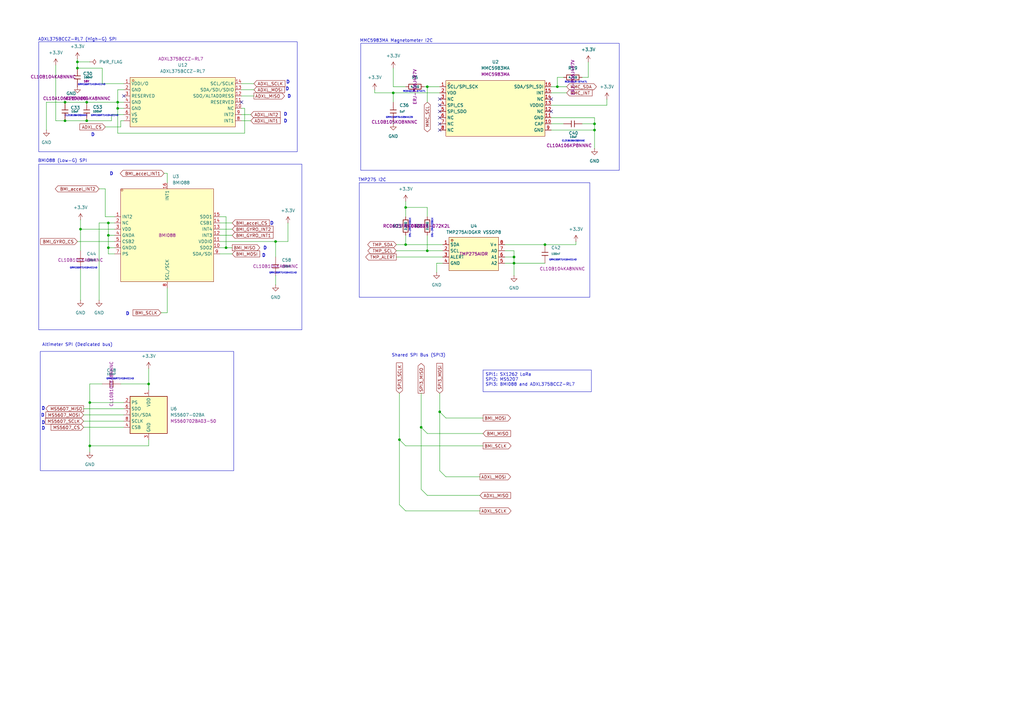
<source format=kicad_sch>
(kicad_sch (version 20250114) (generator "eeschema") (generator_version "9.0")
  (paper "A3")
  (lib_symbols
    (symbol "EasyEDA:ADXL375BCCZ-RL7"
      (property "Reference" "U" (at 0 12.7 0))
      (property "Value" "ADXL375BCCZ-RL7" (at 0 -12.7 0))
      (symbol "ADXL375BCCZ-RL7_0_1"
        (rectangle (start -21.59 10.16) (end 21.59 -10.16) (fill (type background)))
        (circle (center -20.32 8.89) (radius 0.38))
        (pin unspecified line (at -24.13 7.62 0) (length 2.54) (name "VDDI/O") (number "1"))
        (pin unspecified line (at -24.13 5.08 0) (length 2.54) (name "GND") (number "2"))
        (pin unspecified line (at -24.13 2.54 0) (length 2.54) (name "RESERVED") (number "3"))
        (pin unspecified line (at -24.13 0 0) (length 2.54) (name "GND") (number "4"))
        (pin unspecified line (at -24.13 -2.54 0) (length 2.54) (name "GND") (number "5"))
        (pin unspecified line (at -24.13 -5.08 0) (length 2.54) (name "VS") (number "6"))
        (pin unspecified line (at -24.13 -7.62 0) (length 2.54) (name "~{CS}") (number "7"))
        (pin unspecified line (at 24.13 7.62 180) (length 2.54) (name "SCL/SCLK") (number "14"))
        (pin unspecified line (at 24.13 5.08 180) (length 2.54) (name "SDA/SDI/SDIO") (number "13"))
        (pin unspecified line (at 24.13 2.54 180) (length 2.54) (name "SDO/ALTADDRESS") (number "12"))
        (pin unspecified line (at 24.13 0 180) (length 2.54) (name "RESERVED") (number "11"))
        (pin unspecified line (at 24.13 -2.54 180) (length 2.54) (name "NC") (number "10"))
        (pin unspecified line (at 24.13 -5.08 180) (length 2.54) (name "INT2") (number "9"))
        (pin unspecified line (at 24.13 -7.62 180) (length 2.54) (name "INT1") (number "8"))
      )
    )
    (symbol "EasyEDA:BMI088"
      (property "Reference" "U" (at 0 26.67 0))
      (property "Value" "BMI088" (at 0 -26.67 0))
      (symbol "BMI088_0_1"
        (rectangle (start -19.05 19.05) (end 19.05 -19.05) (fill (type background)))
        (circle (center -18.54 18.54) (radius 0.38))
        (pin unspecified line (at -21.59 7.62 0) (length 2.54) (name "INT2") (number "1"))
        (pin unspecified line (at -21.59 5.08 0) (length 2.54) (name "NC") (number "2"))
        (pin unspecified line (at -21.59 2.54 0) (length 2.54) (name "VDD") (number "3"))
        (pin unspecified line (at -21.59 0 0) (length 2.54) (name "GNDA") (number "4"))
        (pin unspecified line (at -21.59 -2.54 0) (length 2.54) (name "CSB2") (number "5"))
        (pin unspecified line (at -21.59 -5.08 0) (length 2.54) (name "GNDIO") (number "6"))
        (pin unspecified line (at -21.59 -7.62 0) (length 2.54) (name "PS") (number "7"))
        (pin unspecified line (at 0 21.59 270) (length 2.54) (name "INT1") (number "16"))
        (pin unspecified line (at 0 -21.59 90) (length 2.54) (name "SCL/SCK") (number "8"))
        (pin unspecified line (at 21.59 7.62 180) (length 2.54) (name "SDO1") (number "15"))
        (pin unspecified line (at 21.59 5.08 180) (length 2.54) (name "CSB1") (number "14"))
        (pin unspecified line (at 21.59 2.54 180) (length 2.54) (name "INT4") (number "13"))
        (pin unspecified line (at 21.59 0 180) (length 2.54) (name "INT3") (number "12"))
        (pin unspecified line (at 21.59 -2.54 180) (length 2.54) (name "VDDIO") (number "11"))
        (pin unspecified line (at 21.59 -5.08 180) (length 2.54) (name "SDO2") (number "10"))
        (pin unspecified line (at 21.59 -7.62 180) (length 2.54) (name "SDA/SDI") (number "9"))
      )
    )
    (symbol "EasyEDA:MMC5983MA"
      (property "Reference" "U" (at 0 13.97 0))
      (property "Value" "MMC5983MA" (at 0 -13.97 0))
      (symbol "MMC5983MA_0_1"
        (rectangle (start -20.32 11.43) (end 20.32 -11.43) (fill (type background)))
        (circle (center -19.05 10.16) (radius 0.38))
        (pin unspecified line (at -22.86 8.89 0) (length 2.54) (name "SCL/SPI_SCK") (number "1"))
        (pin unspecified line (at -22.86 6.35 0) (length 2.54) (name "VDD") (number "2"))
        (pin unspecified line (at -22.86 3.81 0) (length 2.54) (name "NC") (number "3"))
        (pin unspecified line (at -22.86 1.27 0) (length 2.54) (name "SPI_CS") (number "4"))
        (pin unspecified line (at -22.86 -1.27 0) (length 2.54) (name "SPI_SDO") (number "5"))
        (pin unspecified line (at -22.86 -3.81 0) (length 2.54) (name "NC") (number "6"))
        (pin unspecified line (at -22.86 -6.35 0) (length 2.54) (name "NC") (number "7"))
        (pin unspecified line (at -22.86 -8.89 0) (length 2.54) (name "NC") (number "8"))
        (pin unspecified line (at 22.86 8.89 180) (length 2.54) (name "SDA/SPI_SDI") (number "16"))
        (pin unspecified line (at 22.86 6.35 180) (length 2.54) (name "INT") (number "15"))
        (pin unspecified line (at 22.86 3.81 180) (length 2.54) (name "NC") (number "14"))
        (pin unspecified line (at 22.86 1.27 180) (length 2.54) (name "VDDIO") (number "13"))
        (pin unspecified line (at 22.86 -1.27 180) (length 2.54) (name "NC") (number "12"))
        (pin unspecified line (at 22.86 -3.81 180) (length 2.54) (name "GND") (number "11"))
        (pin unspecified line (at 22.86 -6.35 180) (length 2.54) (name "CAP") (number "10"))
        (pin unspecified line (at 22.86 -8.89 180) (length 2.54) (name "GND") (number "9"))
      )
    )
    (symbol "EasyEDA:TMP275AIDGKRVSSOP8"
      (property "Reference" "U" (at 0 8.89 0))
      (property "Value" "TMP275AIDGKR VSSOP8" (at 0 -8.89 0))
      (symbol "TMP275AIDGKRVSSOP8_0_1"
        (rectangle (start -10.16 6.86) (end 10.16 -6.86) (fill (type background)))
        (circle (center -8.89 5.59) (radius 0.38))
        (circle (center -8.89 5.59) (radius 0.38))
        (pin unspecified line (at -12.7 3.81 0) (length 2.54) (name "SDA") (number "1"))
        (pin unspecified line (at -12.7 1.27 0) (length 2.54) (name "SCL") (number "2"))
        (pin unspecified line (at -12.7 -1.27 0) (length 2.54) (name "ALERT") (number "3"))
        (pin unspecified line (at -12.7 -3.81 0) (length 2.54) (name "GND") (number "4"))
        (pin unspecified line (at 12.7 3.81 180) (length 2.54) (name "V+") (number "8"))
        (pin unspecified line (at 12.7 1.27 180) (length 2.54) (name "A0") (number "7"))
        (pin unspecified line (at 12.7 -1.27 180) (length 2.54) (name "A1") (number "6"))
        (pin unspecified line (at 12.7 -3.81 180) (length 2.54) (name "A2") (number "5"))
      )
    )
    (symbol "PCM_JLCPCB-Capacitors:0402,100nF" (pin_numbers (hide yes)) (pin_names (offset 0))
      (property "Reference" "C" (at 2.032 1.668 0))
      (property "Value" "100nF" (at 2.032 -0.3782 0))
      (property "Voltage Rated" "16V" (at 2.032 -2.0462 0))
      (symbol "0402,100nF_0_1"
        (polyline (pts (xy -1.27 0.635) (xy 1.27 0.635)) (stroke (width 0.254)))
        (polyline (pts (xy -1.27 -0.635) (xy 1.27 -0.635)) (stroke (width 0.254)))
      )
      (symbol "0402,100nF_1_1"
        (pin passive line (at 0 3.81 270) (length 3.175) (name "~") (number "1"))
        (pin passive line (at 0 -3.81 90) (length 3.175) (name "~") (number "2"))
      )
    )
    (symbol "PCM_JLCPCB-Capacitors:0402,10uF" (pin_numbers (hide yes)) (pin_names (offset 0))
      (property "Reference" "C" (at 2.032 1.668 0))
      (property "Value" "10uF" (at 2.032 -0.3782 0))
      (property "Voltage Rated" "6.3V" (at 2.032 -2.0462 0))
      (symbol "0402,10uF_0_1"
        (polyline (pts (xy -1.27 0.635) (xy 1.27 0.635)) (stroke (width 0.254)))
        (polyline (pts (xy -1.27 -0.635) (xy 1.27 -0.635)) (stroke (width 0.254)))
      )
      (symbol "0402,10uF_1_1"
        (pin passive line (at 0 3.81 270) (length 3.175) (name "~") (number "1"))
        (pin passive line (at 0 -3.81 90) (length 3.175) (name "~") (number "2"))
      )
    )
    (symbol "PCM_JLCPCB-Capacitors:0402,1uF" (pin_numbers (hide yes)) (pin_names (offset 0))
      (property "Reference" "C" (at 2.032 1.668 0))
      (property "Value" "1uF" (at 2.032 -0.3782 0))
      (property "Voltage Rated" "25V" (at 2.032 -2.0462 0))
      (symbol "0402,1uF_0_1"
        (polyline (pts (xy -1.27 0.635) (xy 1.27 0.635)) (stroke (width 0.254)))
        (polyline (pts (xy -1.27 -0.635) (xy 1.27 -0.635)) (stroke (width 0.254)))
      )
      (symbol "0402,1uF_1_1"
        (pin passive line (at 0 3.81 270) (length 3.175) (name "~") (number "1"))
        (pin passive line (at 0 -3.81 90) (length 3.175) (name "~") (number "2"))
      )
    )
    (symbol "PCM_JLCPCB-Resistors:0402,2.2kΩ" (pin_numbers (hide yes)) (pin_names (offset 0))
      (property "Reference" "R" (at 1.778 0 0))
      (property "Value" "2.2kΩ" (at 0 0 90))
      (symbol "0402,2.2kΩ_0_1"
        (rectangle (start -1.016 2.54) (end 1.016 -2.54) (stroke (width 0.254)))
      )
      (symbol "0402,2.2kΩ_1_1"
        (pin passive line (at 0 3.81 270) (length 1.27) (name "~") (number "1"))
        (pin passive line (at 0 -3.81 90) (length 1.27) (name "~") (number "2"))
      )
    )
    (symbol "PCM_JLCPCB-Resistors:0402,4.7kΩ" (pin_numbers (hide yes)) (pin_names (offset 0))
      (property "Reference" "R" (at 1.778 0 0))
      (property "Value" "4.7kΩ" (at 0 0 90))
      (symbol "0402,4.7kΩ_0_1"
        (rectangle (start -1.016 2.54) (end 1.016 -2.54) (stroke (width 0.254)))
      )
      (symbol "0402,4.7kΩ_1_1"
        (pin passive line (at 0 3.81 270) (length 1.27) (name "~") (number "1"))
        (pin passive line (at 0 -3.81 90) (length 1.27) (name "~") (number "2"))
      )
    )
    (symbol "Sensor_Pressure:MS5607-02BA"
      (property "Reference" "U" (at -6.35 8.89 0))
      (property "Value" "MS5607-02BA" (at 7.62 8.89 0))
      (symbol "MS5607-02BA_0_1"
        (rectangle (start -7.62 7.62) (end 7.62 -7.62) (stroke (width 0.254)) (fill (type background)))
      )
      (symbol "MS5607-02BA_1_1"
        (pin input line (at -10.16 5.08 0) (length 2.54) (name "PS") (number "2"))
        (pin output line (at -10.16 2.54 0) (length 2.54) (name "SDO") (number "6"))
        (pin bidirectional line (at -10.16 0 0) (length 2.54) (name "SDI/SDA") (number "7"))
        (pin input line (at -10.16 -2.54 0) (length 2.54) (name "SCLK") (number "8"))
        (pin input line (at -10.16 -5.08 0) (length 2.54) (name "CSB") (number "4"))
        (pin input line (at -10.16 -5.08 0) (length 2.54) (hide yes) (name "CSB") (number "5"))
        (pin power_in line (at 0 10.16 270) (length 2.54) (name "VDD") (number "1"))
        (pin power_in line (at 0 -10.16 90) (length 2.54) (name "GND") (number "3"))
      )
    )
    (symbol "power:+3.3V" (power) (pin_numbers (hide yes)) (pin_names (offset 0) (hide yes))
      (property "Value" "+3.3V" (at 0 3.556 0))
      (symbol "+3.3V_0_1"
        (polyline (pts (xy -0.762 1.27) (xy 0 2.54)))
        (polyline (pts (xy 0 2.54) (xy 0.762 1.27)))
        (polyline (pts (xy 0 0) (xy 0 2.54)))
      )
      (symbol "+3.3V_1_1"
        (pin power_in line (at 0 0 90) (length 0) (name "~") (number "1"))
      )
    )
    (symbol "power:GND" (power) (pin_numbers (hide yes)) (pin_names (offset 0) (hide yes))
      (property "Value" "GND" (at 0 -3.81 0))
      (symbol "GND_0_1"
        (polyline (pts (xy 0 0) (xy 0 -1.27) (xy 1.27 -1.27) (xy 0 -2.54) (xy -1.27 -1.27) (xy 0 -1.27)))
      )
      (symbol "GND_1_1"
        (pin power_in line (at 0 0 270) (length 0) (name "~") (number "1"))
      )
    )
    (symbol "power:PWR_FLAG" (power) (pin_numbers (hide yes)) (pin_names (offset 0) (hide yes))
      (property "Value" "PWR_FLAG" (at 0 3.81 0))
      (symbol "PWR_FLAG_0_0"
        (pin power_out line (at 0 0 90) (length 0) (name "~") (number "1"))
      )
      (symbol "PWR_FLAG_0_1"
        (polyline (pts (xy 0 0) (xy 0 1.27) (xy -1.016 1.905) (xy 0 2.54) (xy 1.016 1.905) (xy 0 1.27)))
      )
    )
  )
  (rectangle (start 15.875 67.31) (end 123.825 135.255))
  (rectangle (start 147.32 74.93) (end 241.935 121.92))
  (rectangle (start 15.875 17.145) (end 121.92 62.23))
  (rectangle (start 16.51 144.145) (end 95.885 193.04))
  (rectangle (start 147.955 17.78) (end 254 69.85))
  (text "Shared SPI Bus (SPI3)\n" (at 171.704 145.796 0) (effects (font (size 1.27 1.27))))
  (text "D" (at 118.11 33.782 0) (effects (font (size 1.27 1.27) (thickness 0.254) (bold yes))))
  (text "D" (at 118.618 39.624 0) (effects (font (size 1.27 1.27) (thickness 0.254) (bold yes))))
  (text "D" (at 108.712 101.854 0) (effects (font (size 1.27 1.27) (thickness 0.254) (bold yes))))
  (text "D" (at 117.856 36.576 0) (effects (font (size 1.27 1.27) (thickness 0.254) (bold yes))))
  (text "	\nERJ-2RKF2201X" (at 167.64 93.472 90) (effects (font (size 0.635 0.635))))
  (text "CL21B106KOQNNNE" (at 235.204 57.912 0) (effects (font (size 0.635 0.635))))
  (text "D" (at 17.78 167.64 0) (effects (font (size 1.27 1.27) (thickness 0.254) (bold yes))))
  (text "D" (at 117.094 49.784 0) (effects (font (size 1.27 1.27) (thickness 0.254) (bold yes))))
  (text "D" (at 17.526 170.434 0) (effects (font (size 1.27 1.27) (thickness 0.254) (bold yes))))
  (text "D" (at 45.72 71.374 0) (effects (font (size 1.27 1.27) (thickness 0.254) (bold yes))))
  (text "GRM155R71H104KE14D" (at 116.078 112.014 0) (effects (font (size 0.635 0.635))))
  (text "GRM155R71H104KE14D" (at 230.886 106.68 0) (effects (font (size 0.635 0.635))))
  (text "D" (at 117.094 46.99 0) (effects (font (size 1.27 1.27) (thickness 0.254) (bold yes))))
  (text "D" (at 52.324 128.778 0) (effects (font (size 1.27 1.27) (thickness 0.254) (bold yes))))
  (text "D" (at 17.78 175.768 0) (effects (font (size 1.27 1.27) (thickness 0.254) (bold yes))))
  (text "RC0402JR-074K7L" (at 236.22 33.782 0) (effects (font (size 0.635 0.635))))
  (text "RC0402JR-074K7L" (at 169.926 37.592 0) (effects (font (size 0.635 0.635))))
  (text "GRM155R70J105KA12D" (at 163.83 48.26 0) (effects (font (size 0.635 0.635))))
  (text "TMP275 I2C" (at 152.654 73.914 0) (effects (font (size 1.27 1.27))))
  (text "BMI088 (Low-G) SPI" (at 25.654 66.04 0) (effects (font (size 1.27 1.27))))
  (text "	\nERJ-2RKF2201X" (at 176.784 93.472 90) (effects (font (size 0.635 0.635))))
  (text "MMC5983MA Magnetometer I2C" (at 162.56 16.764 0) (effects (font (size 1.27 1.27))))
  (text "CL21B106KOQNNNE" (at 31.242 47.498 0) (effects (font (size 0.635 0.635))))
  (text "GRM155R71H104KE14D" (at 49.276 155.448 0) (effects (font (size 0.635 0.635))))
  (text "GRM155R71H104KE14D" (at 42.926 47.498 0) (effects (font (size 0.635 0.635))))
  (text "D" (at 17.78 173.482 0) (effects (font (size 1.27 1.27) (thickness 0.254) (bold yes))))
  (text "GRM155R71H104KE14D" (at 34.29 109.982 0) (effects (font (size 0.635 0.635))))
  (text "ADXL375BCCZ-RL7 (High-G) SPI " (at 32.258 16.256 0) (effects (font (size 1.27 1.27))))
  (text "D" (at 108.204 104.902 0) (effects (font (size 1.27 1.27) (thickness 0.254) (bold yes))))
  (text "Altimeter SPI (Dedicated bus)" (at 31.75 141.478 0) (effects (font (size 1.27 1.27))))
  (text "D" (at 38.1 55.372 0) (effects (font (size 1.27 1.27) (thickness 0.254) (bold yes))))
  (text "D" (at 111.506 91.694 0) (effects (font (size 1.27 1.27) (thickness 0.254) (bold yes))))
  (text "GRM155R71H104KE14D" (at 37.592 34.798 0) (effects (font (size 0.635 0.635))))
  (text_box "SPI1: SX1262 LoRa\nSPI2: MS5207\nSPI3: BMI088 and ADXL375BCCZ-RL7" (at 198.12 151.765 0) (size 44.45 8.89) (margins 0.9525 0.9525 0.9525 0.9525) (effects (font (size 1.27 1.27)) (justify left top)))
  (junction (at 36.83 165.1))
  (junction (at 175.26 102.87))
  (junction (at 44.45 96.52))
  (junction (at 31.75 25.4))
  (junction (at 35.56 49.53))
  (junction (at 223.52 100.33))
  (junction (at 44.45 91.44))
  (junction (at 243.84 53.34))
  (junction (at 35.56 41.91))
  (junction (at 26.67 41.91))
  (junction (at 243.84 50.8))
  (junction (at 210.82 105.41))
  (junction (at 180.34 168.91))
  (junction (at 26.67 49.53))
  (junction (at 44.45 101.6))
  (junction (at 175.26 35.56))
  (junction (at 48.26 41.91))
  (junction (at 163.83 180.34))
  (junction (at 166.37 100.33))
  (junction (at 172.72 175.26))
  (junction (at 36.83 182.88))
  (junction (at 210.82 107.95))
  (junction (at 113.03 99.06))
  (junction (at 48.26 44.45))
  (junction (at 228.6 35.56))
  (junction (at 166.37 85.09))
  (junction (at 31.75 27.94))
  (junction (at 92.71 101.6))
  (junction (at 60.96 157.48))
  (junction (at 161.29 38.1))
  (junction (at 33.02 93.98))
  (no_connect (at 180.34 48.26))
  (no_connect (at 180.34 43.18))
  (no_connect (at 226.06 45.72))
  (no_connect (at 180.34 53.34))
  (no_connect (at 180.34 40.64))
  (no_connect (at 99.06 41.91))
  (no_connect (at 180.34 45.72))
  (no_connect (at 50.8 39.37))
  (no_connect (at 226.06 40.64))
  (no_connect (at 180.34 50.8))
  (bus_entry (at 180.34 193.04) (size 2.54 2.54))
  (bus_entry (at 180.34 168.91) (size 2.54 2.54))
  (bus_entry (at 172.72 175.26) (size 2.54 2.54))
  (bus_entry (at 163.83 180.34) (size 2.54 2.54))
  (bus_entry (at 172.72 200.66) (size 2.54 2.54))
  (bus_entry (at 163.83 207.01) (size 2.54 2.54))
  (wire (pts (xy 35.56 41.91) (xy 48.26 41.91)))
  (wire (pts (xy 228.6 31.75) (xy 228.6 35.56)))
  (wire (pts (xy 50.8 46.99) (xy 45.72 46.99)))
  (wire (pts (xy 175.26 96.52) (xy 175.26 102.87)))
  (wire (pts (xy 31.75 24.13) (xy 31.75 25.4)))
  (wire (pts (xy 45.72 46.99) (xy 45.72 49.53)))
  (wire (pts (xy 248.92 43.18) (xy 226.06 43.18)))
  (wire (pts (xy 36.83 182.88) (xy 36.83 185.42)))
  (wire (pts (xy 100.33 44.45) (xy 99.06 44.45)))
  (wire (pts (xy 113.03 99.06) (xy 118.11 99.06)))
  (wire (pts (xy 166.37 85.09) (xy 175.26 85.09)))
  (wire (pts (xy 35.56 49.53) (xy 45.72 49.53)))
  (wire (pts (xy 49.53 157.48) (xy 60.96 157.48)))
  (wire (pts (xy 210.82 107.95) (xy 223.52 107.95)))
  (wire (pts (xy 238.76 50.8) (xy 243.84 50.8)))
  (wire (pts (xy 41.91 34.29) (xy 41.91 27.94)))
  (wire (pts (xy 49.53 52.07) (xy 49.53 49.53)))
  (wire (pts (xy 166.37 82.55) (xy 166.37 85.09)))
  (wire (pts (xy 241.3 31.75) (xy 241.3 25.4)))
  (wire (pts (xy 243.84 48.26) (xy 243.84 50.8)))
  (wire (pts (xy 31.75 25.4) (xy 31.75 27.94)))
  (wire (pts (xy 175.26 85.09) (xy 175.26 88.9)))
  (wire (pts (xy 113.03 99.06) (xy 113.03 105.41)))
  (wire (pts (xy 175.26 102.87) (xy 181.61 102.87)))
  (wire (pts (xy 48.26 44.45) (xy 50.8 44.45)))
  (wire (pts (xy 243.84 50.8) (xy 243.84 53.34)))
  (wire (pts (xy 223.52 100.33) (xy 236.22 100.33)))
  (wire (pts (xy 22.86 49.53) (xy 26.67 49.53)))
  (wire (pts (xy 19.05 41.91) (xy 19.05 53.34)))
  (wire (pts (xy 161.29 49.53) (xy 161.29 50.8)))
  (wire (pts (xy 48.26 41.91) (xy 48.26 44.45)))
  (wire (pts (xy 44.45 101.6) (xy 46.99 101.6)))
  (wire (pts (xy 60.96 182.88) (xy 36.83 182.88)))
  (wire (pts (xy 49.53 49.53) (xy 50.8 49.53)))
  (wire (pts (xy 226.06 50.8) (xy 231.14 50.8)))
  (wire (pts (xy 46.99 93.98) (xy 33.02 93.98)))
  (wire (pts (xy 33.02 93.98) (xy 33.02 90.17)))
  (wire (pts (xy 163.83 161.29) (xy 163.83 180.34)))
  (wire (pts (xy 48.26 44.45) (xy 48.26 54.61)))
  (wire (pts (xy 60.96 157.48) (xy 60.96 160.02)))
  (wire (pts (xy 166.37 100.33) (xy 181.61 100.33)))
  (wire (pts (xy 180.34 161.29) (xy 180.34 168.91)))
  (wire (pts (xy 90.17 104.14) (xy 95.25 104.14)))
  (wire (pts (xy 26.67 41.91) (xy 35.56 41.91)))
  (wire (pts (xy 90.17 96.52) (xy 95.25 96.52)))
  (wire (pts (xy 207.01 100.33) (xy 223.52 100.33)))
  (wire (pts (xy 26.67 49.53) (xy 35.56 49.53)))
  (wire (pts (xy 92.71 88.9) (xy 92.71 101.6)))
  (wire (pts (xy 166.37 85.09) (xy 166.37 88.9)))
  (wire (pts (xy 60.96 151.13) (xy 60.96 157.48)))
  (wire (pts (xy 33.02 93.98) (xy 33.02 102.87)))
  (wire (pts (xy 166.37 96.52) (xy 166.37 100.33)))
  (wire (pts (xy 36.83 157.48) (xy 36.83 165.1)))
  (wire (pts (xy 182.88 171.45) (xy 198.12 171.45)))
  (wire (pts (xy 118.11 99.06) (xy 118.11 91.44)))
  (wire (pts (xy 90.17 93.98) (xy 95.25 93.98)))
  (wire (pts (xy 41.91 27.94) (xy 31.75 27.94)))
  (wire (pts (xy 226.06 48.26) (xy 243.84 48.26)))
  (wire (pts (xy 44.45 101.6) (xy 44.45 96.52)))
  (wire (pts (xy 90.17 99.06) (xy 113.03 99.06)))
  (wire (pts (xy 153.67 38.1) (xy 153.67 36.83)))
  (wire (pts (xy 34.29 170.18) (xy 50.8 170.18)))
  (wire (pts (xy 182.88 195.58) (xy 196.85 195.58)))
  (wire (pts (xy 179.07 111.76) (xy 179.07 107.95)))
  (wire (pts (xy 161.29 35.56) (xy 161.29 27.94)))
  (wire (pts (xy 161.29 38.1) (xy 161.29 41.91)))
  (wire (pts (xy 231.14 31.75) (xy 228.6 31.75)))
  (wire (pts (xy 26.67 41.91) (xy 19.05 41.91)))
  (wire (pts (xy 44.45 104.14) (xy 44.45 101.6)))
  (wire (pts (xy 44.45 91.44) (xy 46.99 91.44)))
  (wire (pts (xy 175.26 35.56) (xy 180.34 35.56)))
  (wire (pts (xy 180.34 168.91) (xy 180.34 193.04)))
  (wire (pts (xy 162.56 105.41) (xy 181.61 105.41)))
  (wire (pts (xy 43.18 88.9) (xy 43.18 77.47)))
  (wire (pts (xy 90.17 101.6) (xy 92.71 101.6)))
  (wire (pts (xy 172.72 175.26) (xy 172.72 200.66)))
  (wire (pts (xy 92.71 101.6) (xy 95.25 101.6)))
  (wire (pts (xy 44.45 96.52) (xy 46.99 96.52)))
  (wire (pts (xy 90.17 91.44) (xy 95.25 91.44)))
  (wire (pts (xy 228.6 35.56) (xy 232.41 35.56)))
  (wire (pts (xy 180.34 38.1) (xy 161.29 38.1)))
  (wire (pts (xy 226.06 35.56) (xy 228.6 35.56)))
  (wire (pts (xy 50.8 41.91) (xy 48.26 41.91)))
  (wire (pts (xy 50.8 36.83) (xy 48.26 36.83)))
  (wire (pts (xy 162.56 102.87) (xy 175.26 102.87)))
  (wire (pts (xy 179.07 107.95) (xy 181.61 107.95)))
  (wire (pts (xy 175.26 177.8) (xy 198.12 177.8)))
  (wire (pts (xy 99.06 36.83) (xy 104.14 36.83)))
  (wire (pts (xy 172.72 161.29) (xy 172.72 175.26)))
  (wire (pts (xy 34.29 172.72) (xy 50.8 172.72)))
  (wire (pts (xy 31.75 25.4) (xy 36.83 25.4)))
  (wire (pts (xy 236.22 100.33) (xy 236.22 99.06)))
  (wire (pts (xy 99.06 49.53) (xy 102.87 49.53)))
  (wire (pts (xy 68.58 71.12) (xy 68.58 74.93)))
  (wire (pts (xy 43.18 77.47) (xy 40.64 77.47)))
  (wire (pts (xy 40.64 123.19) (xy 40.64 91.44)))
  (wire (pts (xy 210.82 107.95) (xy 210.82 113.03)))
  (wire (pts (xy 100.33 54.61) (xy 100.33 44.45)))
  (wire (pts (xy 99.06 39.37) (xy 104.14 39.37)))
  (wire (pts (xy 67.31 71.12) (xy 68.58 71.12)))
  (wire (pts (xy 99.06 34.29) (xy 104.14 34.29)))
  (wire (pts (xy 162.56 100.33) (xy 166.37 100.33)))
  (wire (pts (xy 34.29 175.26) (xy 50.8 175.26)))
  (wire (pts (xy 210.82 102.87) (xy 210.82 105.41)))
  (wire (pts (xy 48.26 54.61) (xy 100.33 54.61)))
  (wire (pts (xy 60.96 180.34) (xy 60.96 182.88)))
  (wire (pts (xy 226.06 38.1) (xy 232.41 38.1)))
  (wire (pts (xy 50.8 34.29) (xy 41.91 34.29)))
  (wire (pts (xy 243.84 53.34) (xy 243.84 60.96)))
  (wire (pts (xy 33.02 110.49) (xy 33.02 123.19)))
  (wire (pts (xy 90.17 88.9) (xy 92.71 88.9)))
  (wire (pts (xy 99.06 46.99) (xy 102.87 46.99)))
  (wire (pts (xy 34.29 167.64) (xy 50.8 167.64)))
  (wire (pts (xy 41.91 157.48) (xy 36.83 157.48)))
  (wire (pts (xy 22.86 26.67) (xy 22.86 49.53)))
  (wire (pts (xy 166.37 209.55) (xy 196.85 209.55)))
  (wire (pts (xy 166.37 35.56) (xy 161.29 35.56)))
  (wire (pts (xy 43.18 52.07) (xy 49.53 52.07)))
  (wire (pts (xy 46.99 104.14) (xy 44.45 104.14)))
  (wire (pts (xy 36.83 165.1) (xy 36.83 182.88)))
  (wire (pts (xy 44.45 96.52) (xy 44.45 91.44)))
  (wire (pts (xy 207.01 105.41) (xy 210.82 105.41)))
  (wire (pts (xy 238.76 31.75) (xy 241.3 31.75)))
  (wire (pts (xy 248.92 40.64) (xy 248.92 43.18)))
  (wire (pts (xy 210.82 105.41) (xy 210.82 107.95)))
  (wire (pts (xy 163.83 180.34) (xy 163.83 207.01)))
  (wire (pts (xy 173.99 35.56) (xy 175.26 35.56)))
  (wire (pts (xy 161.29 38.1) (xy 153.67 38.1)))
  (wire (pts (xy 207.01 102.87) (xy 210.82 102.87)))
  (wire (pts (xy 113.03 113.03) (xy 113.03 116.84)))
  (wire (pts (xy 175.26 35.56) (xy 175.26 41.91)))
  (wire (pts (xy 175.26 203.2) (xy 196.85 203.2)))
  (wire (pts (xy 68.58 128.27) (xy 66.04 128.27)))
  (wire (pts (xy 207.01 107.95) (xy 210.82 107.95)))
  (wire (pts (xy 166.37 182.88) (xy 198.12 182.88)))
  (wire (pts (xy 226.06 53.34) (xy 243.84 53.34)))
  (wire (pts (xy 68.58 118.11) (xy 68.58 128.27)))
  (wire (pts (xy 31.75 99.06) (xy 46.99 99.06)))
  (wire (pts (xy 40.64 91.44) (xy 44.45 91.44)))
  (wire (pts (xy 36.83 165.1) (xy 50.8 165.1)))
  (wire (pts (xy 43.18 88.9) (xy 46.99 88.9)))
  (wire (pts (xy 48.26 36.83) (xy 48.26 41.91)))
  (global_label "BMI_GYRO_CS" (shape input) (at 31.75 99.06 180) (property "Intersheetrefs" "${INTERSHEET_REFS}" (effects (hide yes))))
  (global_label "MS5607_MOSI" (shape input) (at 34.29 170.18 180) (property "Intersheetrefs" "${INTERSHEET_REFS}" (effects (hide yes))))
  (global_label "BMI_SCLK" (shape input) (at 66.04 128.27 180) (property "Intersheetrefs" "${INTERSHEET_REFS}" (effects (hide yes))))
  (global_label "ADXL_INT2" (shape input) (at 102.87 46.99 0) (property "Intersheetrefs" "${INTERSHEET_REFS}" (effects (hide yes))))
  (global_label "ADXL_CS" (shape input) (at 43.18 52.07 180) (property "Intersheetrefs" "${INTERSHEET_REFS}" (effects (hide yes))))
  (global_label "ADXL_MOSI" (shape output) (at 196.85 195.58 0) (property "Intersheetrefs" "${INTERSHEET_REFS}" (effects (hide yes))))
  (global_label "BMI_accel_INT2" (shape bidirectional) (at 40.64 77.47 180) (property "Intersheetrefs" "${INTERSHEET_REFS}" (effects (hide yes))))
  (global_label "MMC_SCL" (shape bidirectional) (at 175.26 41.91 270) (property "Intersheetrefs" "${INTERSHEET_REFS}" (effects (hide yes))))
  (global_label "ADXL_MISO" (shape output) (at 104.14 39.37 0) (property "Intersheetrefs" "${INTERSHEET_REFS}" (effects (hide yes))))
  (global_label "TMP_SDA" (shape bidirectional) (at 162.56 100.33 180) (property "Intersheetrefs" "${INTERSHEET_REFS}" (effects (hide yes))))
  (global_label "BMI_SCLK" (shape output) (at 198.12 182.88 0) (property "Intersheetrefs" "${INTERSHEET_REFS}" (effects (hide yes))))
  (global_label "BMI_accel_INT1" (shape bidirectional) (at 67.31 71.12 180) (property "Intersheetrefs" "${INTERSHEET_REFS}" (effects (hide yes))))
  (global_label "ADXL_SCLK" (shape output) (at 196.85 209.55 0) (property "Intersheetrefs" "${INTERSHEET_REFS}" (effects (hide yes))))
  (global_label "MS5607_SCLK" (shape input) (at 34.29 172.72 180) (property "Intersheetrefs" "${INTERSHEET_REFS}" (effects (hide yes))))
  (global_label "BMI_GYRO_INT2" (shape input) (at 95.25 93.98 0) (property "Intersheetrefs" "${INTERSHEET_REFS}" (effects (hide yes))))
  (global_label "ADXL_SCLK" (shape input) (at 104.14 34.29 0) (property "Intersheetrefs" "${INTERSHEET_REFS}" (effects (hide yes))))
  (global_label "ADXL_MOSI" (shape input) (at 104.14 36.83 0) (property "Intersheetrefs" "${INTERSHEET_REFS}" (effects (hide yes))))
  (global_label "ADXL_MISO" (shape input) (at 196.85 203.2 0) (property "Intersheetrefs" "${INTERSHEET_REFS}" (effects (hide yes))))
  (global_label "MMC_SDA" (shape bidirectional) (at 232.41 35.56 0) (property "Intersheetrefs" "${INTERSHEET_REFS}" (effects (hide yes))))
  (global_label "TMP_ALERT" (shape output) (at 162.56 105.41 180) (property "Intersheetrefs" "${INTERSHEET_REFS}" (effects (hide yes))))
  (global_label "ADXL_INT1" (shape input) (at 102.87 49.53 0) (property "Intersheetrefs" "${INTERSHEET_REFS}" (effects (hide yes))))
  (global_label "MS5607_CS" (shape input) (at 34.29 175.26 180) (property "Intersheetrefs" "${INTERSHEET_REFS}" (effects (hide yes))))
  (global_label "BMI_accel_CS" (shape input) (at 95.25 91.44 0) (property "Intersheetrefs" "${INTERSHEET_REFS}" (effects (hide yes))))
  (global_label "SPI3_SCLK" (shape input) (at 163.83 161.29 90) (property "Intersheetrefs" "${INTERSHEET_REFS}" (effects (hide yes))))
  (global_label "BMI_MOSI" (shape output) (at 198.12 171.45 0) (property "Intersheetrefs" "${INTERSHEET_REFS}" (effects (hide yes))))
  (global_label "BMI_GYRO_INT1" (shape input) (at 95.25 96.52 0) (property "Intersheetrefs" "${INTERSHEET_REFS}" (effects (hide yes))))
  (global_label "MS5607_MISO" (shape output) (at 34.29 167.64 180) (property "Intersheetrefs" "${INTERSHEET_REFS}" (effects (hide yes))))
  (global_label "BMI_MISO" (shape input) (at 198.12 177.8 0) (property "Intersheetrefs" "${INTERSHEET_REFS}" (effects (hide yes))))
  (global_label "TMP_SCL" (shape bidirectional) (at 162.56 102.87 180) (property "Intersheetrefs" "${INTERSHEET_REFS}" (effects (hide yes))))
  (global_label "SPI3_MISO" (shape output) (at 172.72 161.29 90) (property "Intersheetrefs" "${INTERSHEET_REFS}" (effects (hide yes))))
  (global_label "BMI_MISO" (shape output) (at 95.25 101.6 0) (property "Intersheetrefs" "${INTERSHEET_REFS}" (effects (hide yes))))
  (global_label "MMC_INT" (shape input) (at 232.41 38.1 0) (property "Intersheetrefs" "${INTERSHEET_REFS}" (effects (hide yes))))
  (global_label "BMI_MOSI" (shape input) (at 95.25 104.14 0) (property "Intersheetrefs" "${INTERSHEET_REFS}" (effects (hide yes))))
  (global_label "SPI3_MOSI" (shape input) (at 180.34 161.29 90) (property "Intersheetrefs" "${INTERSHEET_REFS}" (effects (hide yes))))
  (symbol (lib_id "PCM_JLCPCB-Capacitors:0402,100nF") (at 35.56 45.72 0) (unit 1)
    (property "Reference" "C53" (at 38.1 43.942 0) (effects (justify left)))
    (property "Value" "100nF" (at 38.1 45.72 0) (effects (font (size 0.8 0.8)) (justify left)))
    (property "Footprint" "PCM_JLCPCB:C_0603" (effects (hide yes)))
    (property "Datasheet" "https://www.lcsc.com/datasheet/lcsc_datasheet_2304140030_Samsung-Electro-Mechanics-CL05B104KO5NNNC_C1525.pdf" (effects (hide yes)))
    (property "Description" "16V 100nF X7R ±10% 0402 Multilayer Ceramic Capacitors MLCC - SMD/SMT ROHS" (effects (hide yes)))
    (property "LCSC" "C1525" (effects (hide yes)))
    (property "Stock" "12931403" (effects (hide yes)))
    (property "Price" "0.004USD" (effects (hide yes)))
    (property "Process" "SMT" (effects (hide yes)))
    (property "Minimum Qty" "20" (effects (hide yes)))
    (property "Attrition Qty" "10" (effects (hide yes)))
    (property "Class" "Basic Component" (effects (hide yes)))
    (property "Category" "Capacitors,Multilayer Ceramic Capacitors MLCC - SMD/SMT" (effects (hide yes)))
    (property "Manufacturer" "Samsung Electro-Mechanics" (effects (hide yes)))
    (property "Part" "CL05B104KO5NNNC" (effects (hide yes)))
    (property "Voltage Rated" "16V" (effects (hide yes)))
    (property "Tolerance" "±10%" (effects (hide yes)))
    (property "Capacitance" "100nF" (effects (hide yes)))
    (property "Temperature Coefficient" "X7R" (effects (hide yes)))
    (property "Digikey Parts" "CL10B104KA8NNNC" (at 36.068 40.386 0))
  )
  (symbol (lib_id "power:+3.3V") (at 236.22 99.06 0) (unit 1)
    (property "Reference" "#PWR078" (effects (hide yes)))
    (property "Value" "+3.3V" (at 236.22 93.98 0))
    (property "Description" "Power symbol creates a global label with name \"+3.3V\"" (effects (hide yes)))
  )
  (symbol (lib_id "PCM_JLCPCB-Capacitors:0402,100nF") (at 31.75 31.75 0) (unit 1)
    (property "Reference" "C30" (at 34.036 30.226 0) (effects (justify left)))
    (property "Value" "100nF" (at 34.29 31.75 0) (effects (font (size 0.8 0.8)) (justify left)))
    (property "Footprint" "PCM_JLCPCB:C_0603" (effects (hide yes)))
    (property "Datasheet" "https://www.lcsc.com/datasheet/lcsc_datasheet_2304140030_Samsung-Electro-Mechanics-CL05B104KO5NNNC_C1525.pdf" (effects (hide yes)))
    (property "Description" "16V 100nF X7R ±10% 0402 Multilayer Ceramic Capacitors MLCC - SMD/SMT ROHS" (effects (hide yes)))
    (property "LCSC" "C1525" (effects (hide yes)))
    (property "Stock" "12931403" (effects (hide yes)))
    (property "Price" "0.004USD" (effects (hide yes)))
    (property "Process" "SMT" (effects (hide yes)))
    (property "Minimum Qty" "20" (effects (hide yes)))
    (property "Attrition Qty" "10" (effects (hide yes)))
    (property "Class" "Basic Component" (effects (hide yes)))
    (property "Category" "Capacitors,Multilayer Ceramic Capacitors MLCC - SMD/SMT" (effects (hide yes)))
    (property "Manufacturer" "Samsung Electro-Mechanics" (effects (hide yes)))
    (property "Part" "CL05B104KO5NNNC" (effects (hide yes)))
    (property "Voltage Rated" "16V" (at 34.29 33.274 0) (effects (font (size 0.8 0.8)) (justify left)))
    (property "Tolerance" "±10%" (effects (hide yes)))
    (property "Capacitance" "100nF" (effects (hide yes)))
    (property "Temperature Coefficient" "X7R" (effects (hide yes)))
    (property "Digikey Parts" "CL10B104KA8NNNC" (at 21.844 31.496 0))
  )
  (symbol (lib_id "PCM_JLCPCB-Resistors:0402,2.2kΩ") (at 166.37 92.71 0) (unit 1)
    (property "Reference" "R21" (at 161.036 92.71 0) (effects (justify left)))
    (property "Value" "2.2kΩ" (at 166.37 92.71 90) (effects (font (size 0.8 0.8))))
    (property "Footprint" "PCM_JLCPCB:R_0603" (effects (hide yes)))
    (property "Datasheet" "https://www.lcsc.com/datasheet/lcsc_datasheet_2206010045_UNI-ROYAL-Uniroyal-Elec-0402WGF2201TCE_C25879.pdf" (effects (hide yes)))
    (property "Description" "62.5mW Thick Film Resistors 50V ±100ppm/°C ±1% 2.2kΩ 0402 Chip Resistor - Surface Mount ROHS" (effects (hide yes)))
    (property "LCSC" "C25879" (effects (hide yes)))
    (property "Stock" "942115" (effects (hide yes)))
    (property "Price" "0.004USD" (effects (hide yes)))
    (property "Process" "SMT" (effects (hide yes)))
    (property "Minimum Qty" "20" (effects (hide yes)))
    (property "Attrition Qty" "10" (effects (hide yes)))
    (property "Class" "Basic Component" (effects (hide yes)))
    (property "Category" "Resistors,Chip Resistor - Surface Mount" (effects (hide yes)))
    (property "Manufacturer" "UNI-ROYAL(Uniroyal Elec)" (effects (hide yes)))
    (property "Part" "0402WGF2201TCE" (effects (hide yes)))
    (property "Resistance" "2.2kΩ" (effects (hide yes)))
    (property "Power(Watts)" "62.5mW" (effects (hide yes)))
    (property "Type" "Thick Film Resistors" (effects (hide yes)))
    (property "Overload Voltage (Max)" "50V" (effects (hide yes)))
    (property "Operating Temperature Range" "-55°C~+155°C" (effects (hide yes)))
    (property "Tolerance" "±1%" (effects (hide yes)))
    (property "Temperature Coefficient" "±100ppm/°C" (effects (hide yes)))
    (property "Digikey Parts" "RC0603FR-072K2L" (at 166.37 92.71 0))
  )
  (symbol (lib_id "power:GND") (at 33.02 123.19 0) (unit 1)
    (property "Reference" "#PWR082" (effects (hide yes)))
    (property "Value" "GND" (at 33.02 128.27 0))
    (property "Description" "Power symbol creates a global label with name \"GND\" , ground" (effects (hide yes)))
  )
  (symbol (lib_id "PCM_JLCPCB-Capacitors:0402,100nF") (at 45.72 157.48 90) (unit 1)
    (property "Reference" "C48" (at 45.72 151.892 90))
    (property "Value" "100nF" (at 45.72 153.416 90) (effects (font (size 0.8 0.8))))
    (property "Footprint" "PCM_JLCPCB:C_0603" (effects (hide yes)))
    (property "Datasheet" "https://www.lcsc.com/datasheet/lcsc_datasheet_2304140030_Samsung-Electro-Mechanics-CL05B104KO5NNNC_C1525.pdf" (effects (hide yes)))
    (property "Description" "16V 100nF X7R ±10% 0402 Multilayer Ceramic Capacitors MLCC - SMD/SMT ROHS" (effects (hide yes)))
    (property "LCSC" "C1525" (effects (hide yes)))
    (property "Stock" "12931403" (effects (hide yes)))
    (property "Price" "0.004USD" (effects (hide yes)))
    (property "Process" "SMT" (effects (hide yes)))
    (property "Minimum Qty" "20" (effects (hide yes)))
    (property "Attrition Qty" "10" (effects (hide yes)))
    (property "Class" "Basic Component" (effects (hide yes)))
    (property "Category" "Capacitors,Multilayer Ceramic Capacitors MLCC - SMD/SMT" (effects (hide yes)))
    (property "Manufacturer" "Samsung Electro-Mechanics" (effects (hide yes)))
    (property "Part" "CL05B104KO5NNNC" (effects (hide yes)))
    (property "Voltage Rated" "16V" (effects (hide yes)))
    (property "Tolerance" "±10%" (effects (hide yes)))
    (property "Capacitance" "100nF" (effects (hide yes)))
    (property "Temperature Coefficient" "X7R" (effects (hide yes)))
    (property "Digikey Parts" "CL10B104KA8NNNC" (at 45.72 157.48 0))
  )
  (symbol (lib_id "EasyEDA:TMP275AIDGKRVSSOP8") (at 194.31 104.14 0) (unit 1)
    (property "Reference" "U4" (at 194.31 92.71 0))
    (property "Value" "TMP275AIDGKR VSSOP8" (at 194.31 95.25 0))
    (property "Footprint" "EasyEDA:VSSOP-8_L3.0-W3.0-P0.65-LS5.0-BL" (effects (hide yes)))
    (property "Datasheet" "https://lcsc.com/product-detail/Temperature-Sensors_TI_TMP275AIDGKR-VSSOP8_TMP275AIDGKR_C87815.html" (effects (hide yes)))
    (property "LCSC Part" "C87815" (effects (hide yes)))
    (property "Digikey Parts" "TMP275AIDR" (at 194.31 104.14 0))
  )
  (symbol (lib_id "power:+3.3V") (at 248.92 40.64 0) (unit 1)
    (property "Reference" "#PWR071" (effects (hide yes)))
    (property "Value" "+3.3V" (at 248.92 35.56 0))
    (property "Description" "Power symbol creates a global label with name \"+3.3V\"" (effects (hide yes)))
  )
  (symbol (lib_id "PCM_JLCPCB-Capacitors:0402,1uF") (at 161.29 45.72 0) (unit 1)
    (property "Reference" "C36" (at 163.83 43.1799 0) (effects (justify left)))
    (property "Value" "1uF" (at 163.83 45.72 0) (effects (font (size 0.8 0.8)) (justify left)))
    (property "Footprint" "PCM_JLCPCB:C_0603" (effects (hide yes)))
    (property "Datasheet" "https://www.lcsc.com/datasheet/lcsc_datasheet_2304140030_Samsung-Electro-Mechanics-CL05A105KA5NQNC_C52923.pdf" (effects (hide yes)))
    (property "Description" "25V 1uF X5R ±10% 0402 Multilayer Ceramic Capacitors MLCC - SMD/SMT ROHS" (effects (hide yes)))
    (property "LCSC" "C52923" (effects (hide yes)))
    (property "Stock" "4952869" (effects (hide yes)))
    (property "Price" "0.006USD" (effects (hide yes)))
    (property "Process" "SMT" (effects (hide yes)))
    (property "Minimum Qty" "20" (effects (hide yes)))
    (property "Attrition Qty" "10" (effects (hide yes)))
    (property "Class" "Basic Component" (effects (hide yes)))
    (property "Category" "Capacitors,Multilayer Ceramic Capacitors MLCC - SMD/SMT" (effects (hide yes)))
    (property "Manufacturer" "Samsung Electro-Mechanics" (effects (hide yes)))
    (property "Part" "CL05A105KA5NQNC" (effects (hide yes)))
    (property "Voltage Rated" "25V" (effects (hide yes)))
    (property "Tolerance" "±10%" (effects (hide yes)))
    (property "Capacitance" "1uF" (effects (hide yes)))
    (property "Temperature Coefficient" "X5R" (effects (hide yes)))
    (property "Digikey Parts" "CL10B105KO8NNNC" (at 161.798 50.038 0))
  )
  (symbol (lib_id "power:GND") (at 210.82 113.03 0) (unit 1)
    (property "Reference" "#PWR080" (effects (hide yes)))
    (property "Value" "GND" (at 210.82 118.11 0))
    (property "Description" "Power symbol creates a global label with name \"GND\" , ground" (effects (hide yes)))
  )
  (symbol (lib_id "PCM_JLCPCB-Capacitors:0402,10uF") (at 234.95 50.8 90) (unit 1)
    (property "Reference" "C40" (at 235.204 54.61 90))
    (property "Value" "10uF" (at 235.204 56.134 90) (effects (font (size 0.8 0.8))))
    (property "Footprint" "PCM_JLCPCB:C_0603" (effects (hide yes)))
    (property "Datasheet" "https://www.lcsc.com/datasheet/lcsc_datasheet_2208231630_Samsung-Electro-Mechanics-CL05A106MQ5NUNC_C15525.pdf" (effects (hide yes)))
    (property "Description" "6.3V 10uF X5R ±20% 0402 Multilayer Ceramic Capacitors MLCC - SMD/SMT ROHS" (effects (hide yes)))
    (property "LCSC" "C15525" (effects (hide yes)))
    (property "Stock" "2048985" (effects (hide yes)))
    (property "Price" "0.007USD" (effects (hide yes)))
    (property "Process" "SMT" (effects (hide yes)))
    (property "Minimum Qty" "20" (effects (hide yes)))
    (property "Attrition Qty" "10" (effects (hide yes)))
    (property "Class" "Basic Component" (effects (hide yes)))
    (property "Category" "Capacitors,Multilayer Ceramic Capacitors MLCC - SMD/SMT" (effects (hide yes)))
    (property "Manufacturer" "Samsung Electro-Mechanics" (effects (hide yes)))
    (property "Part" "CL05A106MQ5NUNC" (effects (hide yes)))
    (property "Voltage Rated" "6.3V" (effects (hide yes)))
    (property "Tolerance" "±20%" (effects (hide yes)))
    (property "Capacitance" "10uF" (effects (hide yes)))
    (property "Temperature Coefficient" "X5R" (effects (hide yes)))
    (property "Digikey Parts" "CL10A106KP8NNNC" (at 233.426 59.69 90))
  )
  (symbol (lib_id "power:+3.3V") (at 22.86 26.67 0) (unit 1)
    (property "Reference" "#PWR068" (effects (hide yes)))
    (property "Value" "+3.3V" (at 22.86 21.59 0))
    (property "Description" "Power symbol creates a global label with name \"+3.3V\"" (effects (hide yes)))
  )
  (symbol (lib_id "power:+3.3V") (at 166.37 82.55 0) (unit 1)
    (property "Reference" "#PWR075" (effects (hide yes)))
    (property "Value" "+3.3V" (at 166.37 77.47 0))
    (property "Description" "Power symbol creates a global label with name \"+3.3V\"" (effects (hide yes)))
  )
  (symbol (lib_id "power:GND") (at 40.64 123.19 0) (unit 1)
    (property "Reference" "#PWR083" (effects (hide yes)))
    (property "Value" "GND" (at 40.64 128.27 0))
    (property "Description" "Power symbol creates a global label with name \"GND\" , ground" (effects (hide yes)))
  )
  (symbol (lib_id "PCM_JLCPCB-Capacitors:0402,100nF") (at 113.03 109.22 0) (unit 1)
    (property "Reference" "C58" (at 115.57 106.6799 0) (effects (justify left)))
    (property "Value" "100nF" (at 115.57 109.22 0) (effects (font (size 0.8 0.8)) (justify left)))
    (property "Footprint" "PCM_JLCPCB:C_0603" (effects (hide yes)))
    (property "Datasheet" "https://www.lcsc.com/datasheet/lcsc_datasheet_2304140030_Samsung-Electro-Mechanics-CL05B104KO5NNNC_C1525.pdf" (effects (hide yes)))
    (property "Description" "16V 100nF X7R ±10% 0402 Multilayer Ceramic Capacitors MLCC - SMD/SMT ROHS" (effects (hide yes)))
    (property "LCSC" "C1525" (effects (hide yes)))
    (property "Stock" "12931403" (effects (hide yes)))
    (property "Price" "0.004USD" (effects (hide yes)))
    (property "Process" "SMT" (effects (hide yes)))
    (property "Minimum Qty" "20" (effects (hide yes)))
    (property "Attrition Qty" "10" (effects (hide yes)))
    (property "Class" "Basic Component" (effects (hide yes)))
    (property "Category" "Capacitors,Multilayer Ceramic Capacitors MLCC - SMD/SMT" (effects (hide yes)))
    (property "Manufacturer" "Samsung Electro-Mechanics" (effects (hide yes)))
    (property "Part" "CL05B104KO5NNNC" (effects (hide yes)))
    (property "Voltage Rated" "16V" (effects (hide yes)))
    (property "Tolerance" "±10%" (effects (hide yes)))
    (property "Capacitance" "100nF" (effects (hide yes)))
    (property "Temperature Coefficient" "X7R" (effects (hide yes)))
    (property "Digikey Parts" "CL10B104KA8NNNC" (at 113.03 109.22 0))
  )
  (symbol (lib_id "power:+3.3V") (at 60.96 151.13 0) (unit 1)
    (property "Reference" "#PWR084" (effects (hide yes)))
    (property "Value" "+3.3V" (at 60.96 146.05 0))
    (property "Description" "Power symbol creates a global label with name \"+3.3V\"" (effects (hide yes)))
  )
  (symbol (lib_id "power:+3.3V") (at 31.75 24.13 0) (unit 1)
    (property "Reference" "#PWR0103" (effects (hide yes)))
    (property "Value" "+3.3V" (at 31.75 19.05 0))
    (property "Description" "Power symbol creates a global label with name \"+3.3V\"" (effects (hide yes)))
  )
  (symbol (lib_id "PCM_JLCPCB-Resistors:0402,2.2kΩ") (at 175.26 92.71 0) (unit 1)
    (property "Reference" "R7" (at 170.18 92.71 0) (effects (justify left)))
    (property "Value" "2.2kΩ" (at 175.26 92.71 90) (effects (font (size 0.8 0.8))))
    (property "Footprint" "PCM_JLCPCB:R_0603" (effects (hide yes)))
    (property "Datasheet" "https://www.lcsc.com/datasheet/lcsc_datasheet_2206010045_UNI-ROYAL-Uniroyal-Elec-0402WGF2201TCE_C25879.pdf" (effects (hide yes)))
    (property "Description" "62.5mW Thick Film Resistors 50V ±100ppm/°C ±1% 2.2kΩ 0402 Chip Resistor - Surface Mount ROHS" (effects (hide yes)))
    (property "LCSC" "C25879" (effects (hide yes)))
    (property "Stock" "942115" (effects (hide yes)))
    (property "Price" "0.004USD" (effects (hide yes)))
    (property "Process" "SMT" (effects (hide yes)))
    (property "Minimum Qty" "20" (effects (hide yes)))
    (property "Attrition Qty" "10" (effects (hide yes)))
    (property "Class" "Basic Component" (effects (hide yes)))
    (property "Category" "Resistors,Chip Resistor - Surface Mount" (effects (hide yes)))
    (property "Manufacturer" "UNI-ROYAL(Uniroyal Elec)" (effects (hide yes)))
    (property "Part" "0402WGF2201TCE" (effects (hide yes)))
    (property "Resistance" "2.2kΩ" (effects (hide yes)))
    (property "Power(Watts)" "62.5mW" (effects (hide yes)))
    (property "Type" "Thick Film Resistors" (effects (hide yes)))
    (property "Overload Voltage (Max)" "50V" (effects (hide yes)))
    (property "Operating Temperature Range" "-55°C~+155°C" (effects (hide yes)))
    (property "Tolerance" "±1%" (effects (hide yes)))
    (property "Temperature Coefficient" "±100ppm/°C" (effects (hide yes)))
    (property "Digikey Parts" "RC0603FR-072K2L" (at 175.26 92.71 0))
  )
  (symbol (lib_id "PCM_JLCPCB-Resistors:0402,4.7kΩ") (at 234.95 31.75 90) (unit 1)
    (property "Reference" "R19" (at 234.95 27.94 90))
    (property "Value" "4.7kΩ" (at 234.95 31.75 90) (effects (font (size 0.8 0.8))))
    (property "Footprint" "PCM_JLCPCB:R_0603" (effects (hide yes)))
    (property "Datasheet" "https://www.lcsc.com/datasheet/lcsc_datasheet_2206010045_UNI-ROYAL-Uniroyal-Elec-0402WGF4701TCE_C25900.pdf" (effects (hide yes)))
    (property "Description" "62.5mW Thick Film Resistors 50V ±100ppm/°C ±1% 4.7kΩ 0402 Chip Resistor - Surface Mount ROHS" (effects (hide yes)))
    (property "LCSC" "C25900" (effects (hide yes)))
    (property "Stock" "4388716" (effects (hide yes)))
    (property "Price" "0.004USD" (effects (hide yes)))
    (property "Process" "SMT" (effects (hide yes)))
    (property "Minimum Qty" "20" (effects (hide yes)))
    (property "Attrition Qty" "10" (effects (hide yes)))
    (property "Class" "Basic Component" (effects (hide yes)))
    (property "Category" "Resistors,Chip Resistor - Surface Mount" (effects (hide yes)))
    (property "Manufacturer" "UNI-ROYAL(Uniroyal Elec)" (effects (hide yes)))
    (property "Part" "0402WGF4701TCE" (effects (hide yes)))
    (property "Resistance" "4.7kΩ" (effects (hide yes)))
    (property "Power(Watts)" "62.5mW" (effects (hide yes)))
    (property "Type" "Thick Film Resistors" (effects (hide yes)))
    (property "Overload Voltage (Max)" "50V" (effects (hide yes)))
    (property "Operating Temperature Range" "-55°C~+155°C" (effects (hide yes)))
    (property "Tolerance" "±1%" (effects (hide yes)))
    (property "Temperature Coefficient" "±100ppm/°C" (effects (hide yes)))
    (property "Digikey Parts" "ERJ-P06J4R7V" (at 234.95 31.75 0))
  )
  (symbol (lib_id "power:+3.3V") (at 161.29 27.94 0) (unit 1)
    (property "Reference" "#PWR070" (effects (hide yes)))
    (property "Value" "+3.3V" (at 161.29 22.86 0))
    (property "Description" "Power symbol creates a global label with name \"+3.3V\"" (effects (hide yes)))
  )
  (symbol (lib_id "power:GND") (at 179.07 111.76 0) (unit 1)
    (property "Reference" "#PWR079" (effects (hide yes)))
    (property "Value" "GND" (at 179.07 116.84 0))
    (property "Description" "Power symbol creates a global label with name \"GND\" , ground" (effects (hide yes)))
  )
  (symbol (lib_id "power:+3.3V") (at 153.67 36.83 0) (unit 1)
    (property "Reference" "#PWR0102" (effects (hide yes)))
    (property "Value" "+3.3V" (at 153.67 31.75 0))
    (property "Description" "Power symbol creates a global label with name \"+3.3V\"" (effects (hide yes)))
  )
  (symbol (lib_id "power:+3.3V") (at 118.11 91.44 0) (unit 1)
    (property "Reference" "#PWR077" (effects (hide yes)))
    (property "Value" "+3.3V" (at 118.11 86.36 0))
    (property "Description" "Power symbol creates a global label with name \"+3.3V\"" (effects (hide yes)))
  )
  (symbol (lib_id "power:GND") (at 31.75 35.56 0) (unit 1)
    (property "Reference" "#PWR0104" (effects (hide yes)))
    (property "Value" "GND" (at 29.21 38.354 0))
    (property "Description" "Power symbol creates a global label with name \"GND\" , ground" (effects (hide yes)))
  )
  (symbol (lib_id "EasyEDA:MMC5983MA") (at 203.2 44.45 0) (unit 1)
    (property "Reference" "U2" (at 203.2 25.4 0))
    (property "Value" "MMC5983MA" (at 203.2 27.94 0))
    (property "Footprint" "EasyEDA:LGA-16_L3.0-W3.0-P0.50-BL_SQ" (effects (hide yes)))
    (property "Datasheet" "https://lcsc.com/product-detail/Magnetic-Sensors_MEMSIC-MMC5983MA_C404329.html" (effects (hide yes)))
    (property "LCSC Part" "C404329" (effects (hide yes)))
    (property "Digikey Parts" "MMC5983MA" (at 203.2 30.48 0))
  )
  (symbol (lib_id "power:GND") (at 36.83 185.42 0) (unit 1)
    (property "Reference" "#PWR085" (effects (hide yes)))
    (property "Value" "GND" (at 36.83 190.5 0))
    (property "Description" "Power symbol creates a global label with name \"GND\" , ground" (effects (hide yes)))
  )
  (symbol (lib_id "PCM_JLCPCB-Resistors:0402,4.7kΩ") (at 170.18 35.56 90) (unit 1)
    (property "Reference" "R6" (at 170.18 31.75 90))
    (property "Value" "4.7kΩ" (at 170.18 35.56 90) (effects (font (size 0.8 0.8))))
    (property "Footprint" "PCM_JLCPCB:R_0603" (effects (hide yes)))
    (property "Datasheet" "https://www.lcsc.com/datasheet/lcsc_datasheet_2206010045_UNI-ROYAL-Uniroyal-Elec-0402WGF4701TCE_C25900.pdf" (effects (hide yes)))
    (property "Description" "62.5mW Thick Film Resistors 50V ±100ppm/°C ±1% 4.7kΩ 0402 Chip Resistor - Surface Mount ROHS" (effects (hide yes)))
    (property "LCSC" "C25900" (effects (hide yes)))
    (property "Stock" "4388716" (effects (hide yes)))
    (property "Price" "0.004USD" (effects (hide yes)))
    (property "Process" "SMT" (effects (hide yes)))
    (property "Minimum Qty" "20" (effects (hide yes)))
    (property "Attrition Qty" "10" (effects (hide yes)))
    (property "Class" "Basic Component" (effects (hide yes)))
    (property "Category" "Resistors,Chip Resistor - Surface Mount" (effects (hide yes)))
    (property "Manufacturer" "UNI-ROYAL(Uniroyal Elec)" (effects (hide yes)))
    (property "Part" "0402WGF4701TCE" (effects (hide yes)))
    (property "Resistance" "4.7kΩ" (effects (hide yes)))
    (property "Power(Watts)" "62.5mW" (effects (hide yes)))
    (property "Type" "Thick Film Resistors" (effects (hide yes)))
    (property "Overload Voltage (Max)" "50V" (effects (hide yes)))
    (property "Operating Temperature Range" "-55°C~+155°C" (effects (hide yes)))
    (property "Tolerance" "±1%" (effects (hide yes)))
    (property "Temperature Coefficient" "±100ppm/°C" (effects (hide yes)))
    (property "Digikey Parts" "ERJ-P06J4R7V" (at 170.18 35.56 0))
  )
  (symbol (lib_id "Sensor_Pressure:MS5607-02BA") (at 60.96 170.18 0) (unit 1)
    (property "Reference" "U6" (at 69.85 167.6399 0) (effects (justify left)))
    (property "Value" "MS5607-02BA" (at 69.85 170.1799 0) (effects (justify left)))
    (property "Footprint" "Package_LGA:LGA-8_3x5mm_P1.25mm" (effects (hide yes)))
    (property "Datasheet" "https://www.te.com/commerce/DocumentDelivery/DDEController?Action=showdoc&DocId=Data+Sheet%7FMS5607-02BA03%7FB2%7Fpdf%7FEnglish%7FENG_DS_MS5607-02BA03_B2.pdf%7FCAT-BLPS0035" (effects (hide yes)))
    (property "Description" "Barometric pressure sensor, 20cm resolution, 10 to 1200 mbar, I2C and SPI interface up to 20MHz, LGA-8" (effects (hide yes)))
    (property "Digikey Parts" "MS560702BA03-50" (at 69.85 172.7199 0) (effects (justify left)))
  )
  (symbol (lib_id "PCM_JLCPCB-Capacitors:0402,100nF") (at 223.52 104.14 0) (unit 1)
    (property "Reference" "C42" (at 226.06 101.5999 0) (effects (justify left)))
    (property "Value" "100nF" (at 226.06 104.14 0) (effects (font (size 0.8 0.8)) (justify left)))
    (property "Footprint" "PCM_JLCPCB:C_0603" (effects (hide yes)))
    (property "Datasheet" "https://www.lcsc.com/datasheet/lcsc_datasheet_2304140030_Samsung-Electro-Mechanics-CL05B104KO5NNNC_C1525.pdf" (effects (hide yes)))
    (property "Description" "16V 100nF X7R ±10% 0402 Multilayer Ceramic Capacitors MLCC - SMD/SMT ROHS" (effects (hide yes)))
    (property "LCSC" "C1525" (effects (hide yes)))
    (property "Stock" "12931403" (effects (hide yes)))
    (property "Price" "0.004USD" (effects (hide yes)))
    (property "Process" "SMT" (effects (hide yes)))
    (property "Minimum Qty" "20" (effects (hide yes)))
    (property "Attrition Qty" "10" (effects (hide yes)))
    (property "Class" "Basic Component" (effects (hide yes)))
    (property "Category" "Capacitors,Multilayer Ceramic Capacitors MLCC - SMD/SMT" (effects (hide yes)))
    (property "Manufacturer" "Samsung Electro-Mechanics" (effects (hide yes)))
    (property "Part" "CL05B104KO5NNNC" (effects (hide yes)))
    (property "Voltage Rated" "16V" (effects (hide yes)))
    (property "Tolerance" "±10%" (effects (hide yes)))
    (property "Capacitance" "100nF" (effects (hide yes)))
    (property "Temperature Coefficient" "X7R" (effects (hide yes)))
    (property "Digikey Parts" "CL10B104KA8NNNC" (at 230.632 110.236 0))
  )
  (symbol (lib_id "power:GND") (at 161.29 50.8 0) (unit 1)
    (property "Reference" "#PWR072" (effects (hide yes)))
    (property "Value" "GND" (at 161.29 55.88 0))
    (property "Description" "Power symbol creates a global label with name \"GND\" , ground" (effects (hide yes)))
  )
  (symbol (lib_id "power:+3.3V") (at 33.02 90.17 0) (unit 1)
    (property "Reference" "#PWR076" (effects (hide yes)))
    (property "Value" "+3.3V" (at 33.02 85.09 0))
    (property "Description" "Power symbol creates a global label with name \"+3.3V\"" (effects (hide yes)))
  )
  (symbol (lib_id "EasyEDA:BMI088") (at 68.58 96.52 0) (unit 1)
    (property "Reference" "U3" (at 70.7233 72.39 0) (effects (justify left)))
    (property "Value" "BMI088" (at 70.7233 74.93 0) (effects (justify left)))
    (property "Footprint" "EasyEDA:LGA-16_L4.5-W3.0-P0.50-BL" (effects (hide yes)))
    (property "Datasheet" "https://lcsc.com/product-detail/Others_Bosch-Sensortec_BMI088_Bosch-Sensortec-BMI088_C194919.html" (effects (hide yes)))
    (property "LCSC Part" "C194919" (effects (hide yes)))
    (property "Digikey Parts" "BMI088" (at 68.58 96.52 0))
  )
  (symbol (lib_id "PCM_JLCPCB-Capacitors:0402,10uF") (at 26.67 45.72 0) (unit 1)
    (property "Reference" "C33" (at 28.956 44.196 0) (effects (justify left)))
    (property "Value" "10uF" (at 29.21 45.72 0) (effects (font (size 0.8 0.8)) (justify left)))
    (property "Footprint" "PCM_JLCPCB:C_0603" (effects (hide yes)))
    (property "Datasheet" "https://www.lcsc.com/datasheet/lcsc_datasheet_2208231630_Samsung-Electro-Mechanics-CL05A106MQ5NUNC_C15525.pdf" (effects (hide yes)))
    (property "Description" "6.3V 10uF X5R ±20% 0402 Multilayer Ceramic Capacitors MLCC - SMD/SMT ROHS" (effects (hide yes)))
    (property "LCSC" "C15525" (effects (hide yes)))
    (property "Stock" "2048985" (effects (hide yes)))
    (property "Price" "0.007USD" (effects (hide yes)))
    (property "Process" "SMT" (effects (hide yes)))
    (property "Minimum Qty" "20" (effects (hide yes)))
    (property "Attrition Qty" "10" (effects (hide yes)))
    (property "Class" "Basic Component" (effects (hide yes)))
    (property "Category" "Capacitors,Multilayer Ceramic Capacitors MLCC - SMD/SMT" (effects (hide yes)))
    (property "Manufacturer" "Samsung Electro-Mechanics" (effects (hide yes)))
    (property "Part" "CL05A106MQ5NUNC" (effects (hide yes)))
    (property "Voltage Rated" "6.3V" (effects (hide yes)))
    (property "Tolerance" "±20%" (effects (hide yes)))
    (property "Capacitance" "10uF" (effects (hide yes)))
    (property "Temperature Coefficient" "X5R" (effects (hide yes)))
    (property "Digikey Parts" "CL10A106KP8NNNC" (at 26.924 40.386 0))
  )
  (symbol (lib_id "power:GND") (at 243.84 60.96 0) (unit 1)
    (property "Reference" "#PWR074" (effects (hide yes)))
    (property "Value" "GND" (at 243.84 66.04 0))
    (property "Description" "Power symbol creates a global label with name \"GND\" , ground" (effects (hide yes)))
  )
  (symbol (lib_id "power:GND") (at 19.05 53.34 0) (unit 1)
    (property "Reference" "#PWR0125" (effects (hide yes)))
    (property "Value" "GND" (at 19.05 58.42 0))
    (property "Description" "Power symbol creates a global label with name \"GND\" , ground" (effects (hide yes)))
  )
  (symbol (lib_id "EasyEDA:ADXL375BCCZ-RL7") (at 74.93 41.91 0) (unit 1)
    (property "Reference" "U12" (at 74.93 26.67 0))
    (property "Value" "ADXL375BCCZ-RL7" (at 74.93 29.21 0))
    (property "Footprint" "EasyEDA:LGA-14_L5.0-W3.0-P0.80-BL" (effects (hide yes)))
    (property "Datasheet" "https://lcsc.com/product-detail/New-Arrivals_Analog-Devices-ADI-ADXL375BCCZ-RL7_C481898.html" (effects (hide yes)))
    (property "LCSC Part" "C481898" (effects (hide yes)))
    (property "Digikey Parts" "ADXL375BCCZ-RL7" (at 74.168 24.13 0))
  )
  (symbol (lib_id "PCM_JLCPCB-Capacitors:0402,100nF") (at 33.02 106.68 0) (unit 1)
    (property "Reference" "C44" (at 35.56 104.1399 0) (effects (justify left)))
    (property "Value" "100nF" (at 35.56 106.68 0) (effects (font (size 0.8 0.8)) (justify left)))
    (property "Footprint" "PCM_JLCPCB:C_0603" (effects (hide yes)))
    (property "Datasheet" "https://www.lcsc.com/datasheet/lcsc_datasheet_2304140030_Samsung-Electro-Mechanics-CL05B104KO5NNNC_C1525.pdf" (effects (hide yes)))
    (property "Description" "16V 100nF X7R ±10% 0402 Multilayer Ceramic Capacitors MLCC - SMD/SMT ROHS" (effects (hide yes)))
    (property "LCSC" "C1525" (effects (hide yes)))
    (property "Stock" "12931403" (effects (hide yes)))
    (property "Price" "0.004USD" (effects (hide yes)))
    (property "Process" "SMT" (effects (hide yes)))
    (property "Minimum Qty" "20" (effects (hide yes)))
    (property "Attrition Qty" "10" (effects (hide yes)))
    (property "Class" "Basic Component" (effects (hide yes)))
    (property "Category" "Capacitors,Multilayer Ceramic Capacitors MLCC - SMD/SMT" (effects (hide yes)))
    (property "Manufacturer" "Samsung Electro-Mechanics" (effects (hide yes)))
    (property "Part" "CL05B104KO5NNNC" (effects (hide yes)))
    (property "Voltage Rated" "16V" (effects (hide yes)))
    (property "Tolerance" "±10%" (effects (hide yes)))
    (property "Capacitance" "100nF" (effects (hide yes)))
    (property "Temperature Coefficient" "X7R" (effects (hide yes)))
    (property "Digikey Parts" "CL10B104KA8NNNC" (at 33.02 106.68 0))
  )
  (symbol (lib_id "power:PWR_FLAG") (at 36.83 25.4 270) (unit 1)
    (property "Reference" "#FLG06" (effects (hide yes)))
    (property "Value" "PWR_FLAG" (at 40.64 25.3999 90) (effects (justify left)))
    (property "Description" "Special symbol for telling ERC where power comes from" (effects (hide yes)))
  )
  (symbol (lib_id "power:+3.3V") (at 241.3 25.4 0) (unit 1)
    (property "Reference" "#PWR067" (effects (hide yes)))
    (property "Value" "+3.3V" (at 241.3 20.32 0))
    (property "Description" "Power symbol creates a global label with name \"+3.3V\"" (effects (hide yes)))
  )
  (symbol (lib_id "power:GND") (at 113.03 116.84 0) (unit 1)
    (property "Reference" "#PWR081" (effects (hide yes)))
    (property "Value" "GND" (at 113.03 121.92 0))
    (property "Description" "Power symbol creates a global label with name \"GND\" , ground" (effects (hide yes)))
  )
)
</source>
